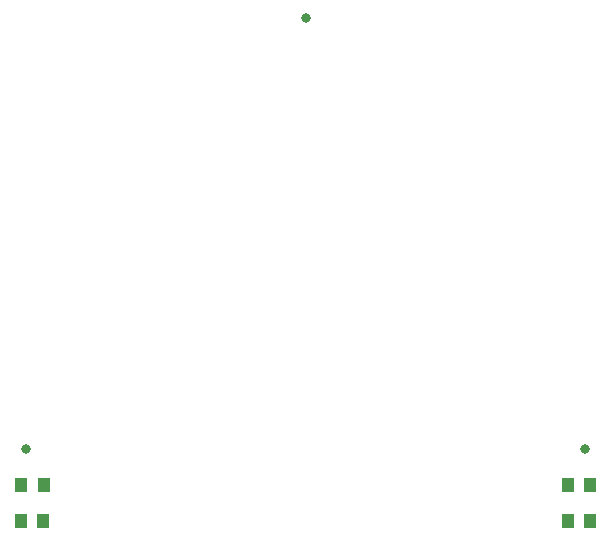
<source format=gbr>
G04 DipTrace 3.0.0.2*
G04 TopPaste.gbr*
%MOIN*%
G04 #@! TF.FileFunction,Paste,Top*
G04 #@! TF.Part,Single*
%ADD37C,0.031496*%
%ADD39R,0.043307X0.051181*%
%FSLAX26Y26*%
G04*
G70*
G90*
G75*
G01*
G04 TopPaste*
%LPD*%
D39*
X2365761Y493688D3*
X2290958D3*
X468885D3*
X543688D3*
D37*
X486089Y734383D3*
X1417323Y2172966D3*
X2348557Y734383D3*
D39*
X2365486Y614961D3*
X2290683D3*
X469029Y616011D3*
X543832D3*
M02*

</source>
